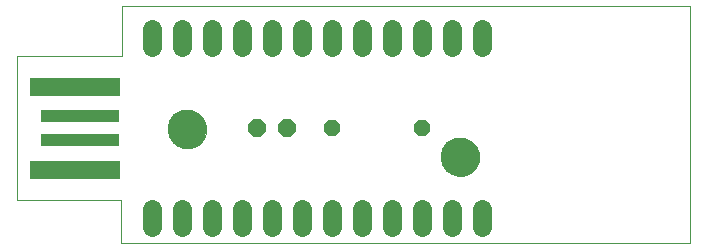
<source format=gbs>
G75*
%MOIN*%
%OFA0B0*%
%FSLAX25Y25*%
%IPPOS*%
%LPD*%
%AMOC8*
5,1,8,0,0,1.08239X$1,22.5*
%
%ADD10C,0.00000*%
%ADD11C,0.12998*%
%ADD12C,0.06400*%
%ADD13R,0.29928X0.06306*%
%ADD14R,0.25991X0.04337*%
%ADD15OC8,0.06000*%
%ADD16OC8,0.05600*%
D10*
X0035742Y0004543D02*
X0225421Y0004380D01*
X0225257Y0083418D01*
X0036116Y0083287D01*
X0035913Y0066626D01*
X0001142Y0066829D01*
X0001000Y0018636D01*
X0035777Y0018636D01*
X0035742Y0004543D01*
X0142509Y0033078D02*
X0142511Y0033236D01*
X0142517Y0033394D01*
X0142527Y0033552D01*
X0142541Y0033710D01*
X0142559Y0033867D01*
X0142580Y0034024D01*
X0142606Y0034180D01*
X0142636Y0034336D01*
X0142669Y0034491D01*
X0142707Y0034644D01*
X0142748Y0034797D01*
X0142793Y0034949D01*
X0142842Y0035100D01*
X0142895Y0035249D01*
X0142951Y0035397D01*
X0143011Y0035543D01*
X0143075Y0035688D01*
X0143143Y0035831D01*
X0143214Y0035973D01*
X0143288Y0036113D01*
X0143366Y0036250D01*
X0143448Y0036386D01*
X0143532Y0036520D01*
X0143621Y0036651D01*
X0143712Y0036780D01*
X0143807Y0036907D01*
X0143904Y0037032D01*
X0144005Y0037154D01*
X0144109Y0037273D01*
X0144216Y0037390D01*
X0144326Y0037504D01*
X0144439Y0037615D01*
X0144554Y0037724D01*
X0144672Y0037829D01*
X0144793Y0037931D01*
X0144916Y0038031D01*
X0145042Y0038127D01*
X0145170Y0038220D01*
X0145300Y0038310D01*
X0145433Y0038396D01*
X0145568Y0038480D01*
X0145704Y0038559D01*
X0145843Y0038636D01*
X0145984Y0038708D01*
X0146126Y0038778D01*
X0146270Y0038843D01*
X0146416Y0038905D01*
X0146563Y0038963D01*
X0146712Y0039018D01*
X0146862Y0039069D01*
X0147013Y0039116D01*
X0147165Y0039159D01*
X0147318Y0039198D01*
X0147473Y0039234D01*
X0147628Y0039265D01*
X0147784Y0039293D01*
X0147940Y0039317D01*
X0148097Y0039337D01*
X0148255Y0039353D01*
X0148412Y0039365D01*
X0148571Y0039373D01*
X0148729Y0039377D01*
X0148887Y0039377D01*
X0149045Y0039373D01*
X0149204Y0039365D01*
X0149361Y0039353D01*
X0149519Y0039337D01*
X0149676Y0039317D01*
X0149832Y0039293D01*
X0149988Y0039265D01*
X0150143Y0039234D01*
X0150298Y0039198D01*
X0150451Y0039159D01*
X0150603Y0039116D01*
X0150754Y0039069D01*
X0150904Y0039018D01*
X0151053Y0038963D01*
X0151200Y0038905D01*
X0151346Y0038843D01*
X0151490Y0038778D01*
X0151632Y0038708D01*
X0151773Y0038636D01*
X0151912Y0038559D01*
X0152048Y0038480D01*
X0152183Y0038396D01*
X0152316Y0038310D01*
X0152446Y0038220D01*
X0152574Y0038127D01*
X0152700Y0038031D01*
X0152823Y0037931D01*
X0152944Y0037829D01*
X0153062Y0037724D01*
X0153177Y0037615D01*
X0153290Y0037504D01*
X0153400Y0037390D01*
X0153507Y0037273D01*
X0153611Y0037154D01*
X0153712Y0037032D01*
X0153809Y0036907D01*
X0153904Y0036780D01*
X0153995Y0036651D01*
X0154084Y0036520D01*
X0154168Y0036386D01*
X0154250Y0036250D01*
X0154328Y0036113D01*
X0154402Y0035973D01*
X0154473Y0035831D01*
X0154541Y0035688D01*
X0154605Y0035543D01*
X0154665Y0035397D01*
X0154721Y0035249D01*
X0154774Y0035100D01*
X0154823Y0034949D01*
X0154868Y0034797D01*
X0154909Y0034644D01*
X0154947Y0034491D01*
X0154980Y0034336D01*
X0155010Y0034180D01*
X0155036Y0034024D01*
X0155057Y0033867D01*
X0155075Y0033710D01*
X0155089Y0033552D01*
X0155099Y0033394D01*
X0155105Y0033236D01*
X0155107Y0033078D01*
X0155105Y0032920D01*
X0155099Y0032762D01*
X0155089Y0032604D01*
X0155075Y0032446D01*
X0155057Y0032289D01*
X0155036Y0032132D01*
X0155010Y0031976D01*
X0154980Y0031820D01*
X0154947Y0031665D01*
X0154909Y0031512D01*
X0154868Y0031359D01*
X0154823Y0031207D01*
X0154774Y0031056D01*
X0154721Y0030907D01*
X0154665Y0030759D01*
X0154605Y0030613D01*
X0154541Y0030468D01*
X0154473Y0030325D01*
X0154402Y0030183D01*
X0154328Y0030043D01*
X0154250Y0029906D01*
X0154168Y0029770D01*
X0154084Y0029636D01*
X0153995Y0029505D01*
X0153904Y0029376D01*
X0153809Y0029249D01*
X0153712Y0029124D01*
X0153611Y0029002D01*
X0153507Y0028883D01*
X0153400Y0028766D01*
X0153290Y0028652D01*
X0153177Y0028541D01*
X0153062Y0028432D01*
X0152944Y0028327D01*
X0152823Y0028225D01*
X0152700Y0028125D01*
X0152574Y0028029D01*
X0152446Y0027936D01*
X0152316Y0027846D01*
X0152183Y0027760D01*
X0152048Y0027676D01*
X0151912Y0027597D01*
X0151773Y0027520D01*
X0151632Y0027448D01*
X0151490Y0027378D01*
X0151346Y0027313D01*
X0151200Y0027251D01*
X0151053Y0027193D01*
X0150904Y0027138D01*
X0150754Y0027087D01*
X0150603Y0027040D01*
X0150451Y0026997D01*
X0150298Y0026958D01*
X0150143Y0026922D01*
X0149988Y0026891D01*
X0149832Y0026863D01*
X0149676Y0026839D01*
X0149519Y0026819D01*
X0149361Y0026803D01*
X0149204Y0026791D01*
X0149045Y0026783D01*
X0148887Y0026779D01*
X0148729Y0026779D01*
X0148571Y0026783D01*
X0148412Y0026791D01*
X0148255Y0026803D01*
X0148097Y0026819D01*
X0147940Y0026839D01*
X0147784Y0026863D01*
X0147628Y0026891D01*
X0147473Y0026922D01*
X0147318Y0026958D01*
X0147165Y0026997D01*
X0147013Y0027040D01*
X0146862Y0027087D01*
X0146712Y0027138D01*
X0146563Y0027193D01*
X0146416Y0027251D01*
X0146270Y0027313D01*
X0146126Y0027378D01*
X0145984Y0027448D01*
X0145843Y0027520D01*
X0145704Y0027597D01*
X0145568Y0027676D01*
X0145433Y0027760D01*
X0145300Y0027846D01*
X0145170Y0027936D01*
X0145042Y0028029D01*
X0144916Y0028125D01*
X0144793Y0028225D01*
X0144672Y0028327D01*
X0144554Y0028432D01*
X0144439Y0028541D01*
X0144326Y0028652D01*
X0144216Y0028766D01*
X0144109Y0028883D01*
X0144005Y0029002D01*
X0143904Y0029124D01*
X0143807Y0029249D01*
X0143712Y0029376D01*
X0143621Y0029505D01*
X0143532Y0029636D01*
X0143448Y0029770D01*
X0143366Y0029906D01*
X0143288Y0030043D01*
X0143214Y0030183D01*
X0143143Y0030325D01*
X0143075Y0030468D01*
X0143011Y0030613D01*
X0142951Y0030759D01*
X0142895Y0030907D01*
X0142842Y0031056D01*
X0142793Y0031207D01*
X0142748Y0031359D01*
X0142707Y0031512D01*
X0142669Y0031665D01*
X0142636Y0031820D01*
X0142606Y0031976D01*
X0142580Y0032132D01*
X0142559Y0032289D01*
X0142541Y0032446D01*
X0142527Y0032604D01*
X0142517Y0032762D01*
X0142511Y0032920D01*
X0142509Y0033078D01*
X0051494Y0042278D02*
X0051496Y0042436D01*
X0051502Y0042594D01*
X0051512Y0042752D01*
X0051526Y0042910D01*
X0051544Y0043067D01*
X0051565Y0043224D01*
X0051591Y0043380D01*
X0051621Y0043536D01*
X0051654Y0043691D01*
X0051692Y0043844D01*
X0051733Y0043997D01*
X0051778Y0044149D01*
X0051827Y0044300D01*
X0051880Y0044449D01*
X0051936Y0044597D01*
X0051996Y0044743D01*
X0052060Y0044888D01*
X0052128Y0045031D01*
X0052199Y0045173D01*
X0052273Y0045313D01*
X0052351Y0045450D01*
X0052433Y0045586D01*
X0052517Y0045720D01*
X0052606Y0045851D01*
X0052697Y0045980D01*
X0052792Y0046107D01*
X0052889Y0046232D01*
X0052990Y0046354D01*
X0053094Y0046473D01*
X0053201Y0046590D01*
X0053311Y0046704D01*
X0053424Y0046815D01*
X0053539Y0046924D01*
X0053657Y0047029D01*
X0053778Y0047131D01*
X0053901Y0047231D01*
X0054027Y0047327D01*
X0054155Y0047420D01*
X0054285Y0047510D01*
X0054418Y0047596D01*
X0054553Y0047680D01*
X0054689Y0047759D01*
X0054828Y0047836D01*
X0054969Y0047908D01*
X0055111Y0047978D01*
X0055255Y0048043D01*
X0055401Y0048105D01*
X0055548Y0048163D01*
X0055697Y0048218D01*
X0055847Y0048269D01*
X0055998Y0048316D01*
X0056150Y0048359D01*
X0056303Y0048398D01*
X0056458Y0048434D01*
X0056613Y0048465D01*
X0056769Y0048493D01*
X0056925Y0048517D01*
X0057082Y0048537D01*
X0057240Y0048553D01*
X0057397Y0048565D01*
X0057556Y0048573D01*
X0057714Y0048577D01*
X0057872Y0048577D01*
X0058030Y0048573D01*
X0058189Y0048565D01*
X0058346Y0048553D01*
X0058504Y0048537D01*
X0058661Y0048517D01*
X0058817Y0048493D01*
X0058973Y0048465D01*
X0059128Y0048434D01*
X0059283Y0048398D01*
X0059436Y0048359D01*
X0059588Y0048316D01*
X0059739Y0048269D01*
X0059889Y0048218D01*
X0060038Y0048163D01*
X0060185Y0048105D01*
X0060331Y0048043D01*
X0060475Y0047978D01*
X0060617Y0047908D01*
X0060758Y0047836D01*
X0060897Y0047759D01*
X0061033Y0047680D01*
X0061168Y0047596D01*
X0061301Y0047510D01*
X0061431Y0047420D01*
X0061559Y0047327D01*
X0061685Y0047231D01*
X0061808Y0047131D01*
X0061929Y0047029D01*
X0062047Y0046924D01*
X0062162Y0046815D01*
X0062275Y0046704D01*
X0062385Y0046590D01*
X0062492Y0046473D01*
X0062596Y0046354D01*
X0062697Y0046232D01*
X0062794Y0046107D01*
X0062889Y0045980D01*
X0062980Y0045851D01*
X0063069Y0045720D01*
X0063153Y0045586D01*
X0063235Y0045450D01*
X0063313Y0045313D01*
X0063387Y0045173D01*
X0063458Y0045031D01*
X0063526Y0044888D01*
X0063590Y0044743D01*
X0063650Y0044597D01*
X0063706Y0044449D01*
X0063759Y0044300D01*
X0063808Y0044149D01*
X0063853Y0043997D01*
X0063894Y0043844D01*
X0063932Y0043691D01*
X0063965Y0043536D01*
X0063995Y0043380D01*
X0064021Y0043224D01*
X0064042Y0043067D01*
X0064060Y0042910D01*
X0064074Y0042752D01*
X0064084Y0042594D01*
X0064090Y0042436D01*
X0064092Y0042278D01*
X0064090Y0042120D01*
X0064084Y0041962D01*
X0064074Y0041804D01*
X0064060Y0041646D01*
X0064042Y0041489D01*
X0064021Y0041332D01*
X0063995Y0041176D01*
X0063965Y0041020D01*
X0063932Y0040865D01*
X0063894Y0040712D01*
X0063853Y0040559D01*
X0063808Y0040407D01*
X0063759Y0040256D01*
X0063706Y0040107D01*
X0063650Y0039959D01*
X0063590Y0039813D01*
X0063526Y0039668D01*
X0063458Y0039525D01*
X0063387Y0039383D01*
X0063313Y0039243D01*
X0063235Y0039106D01*
X0063153Y0038970D01*
X0063069Y0038836D01*
X0062980Y0038705D01*
X0062889Y0038576D01*
X0062794Y0038449D01*
X0062697Y0038324D01*
X0062596Y0038202D01*
X0062492Y0038083D01*
X0062385Y0037966D01*
X0062275Y0037852D01*
X0062162Y0037741D01*
X0062047Y0037632D01*
X0061929Y0037527D01*
X0061808Y0037425D01*
X0061685Y0037325D01*
X0061559Y0037229D01*
X0061431Y0037136D01*
X0061301Y0037046D01*
X0061168Y0036960D01*
X0061033Y0036876D01*
X0060897Y0036797D01*
X0060758Y0036720D01*
X0060617Y0036648D01*
X0060475Y0036578D01*
X0060331Y0036513D01*
X0060185Y0036451D01*
X0060038Y0036393D01*
X0059889Y0036338D01*
X0059739Y0036287D01*
X0059588Y0036240D01*
X0059436Y0036197D01*
X0059283Y0036158D01*
X0059128Y0036122D01*
X0058973Y0036091D01*
X0058817Y0036063D01*
X0058661Y0036039D01*
X0058504Y0036019D01*
X0058346Y0036003D01*
X0058189Y0035991D01*
X0058030Y0035983D01*
X0057872Y0035979D01*
X0057714Y0035979D01*
X0057556Y0035983D01*
X0057397Y0035991D01*
X0057240Y0036003D01*
X0057082Y0036019D01*
X0056925Y0036039D01*
X0056769Y0036063D01*
X0056613Y0036091D01*
X0056458Y0036122D01*
X0056303Y0036158D01*
X0056150Y0036197D01*
X0055998Y0036240D01*
X0055847Y0036287D01*
X0055697Y0036338D01*
X0055548Y0036393D01*
X0055401Y0036451D01*
X0055255Y0036513D01*
X0055111Y0036578D01*
X0054969Y0036648D01*
X0054828Y0036720D01*
X0054689Y0036797D01*
X0054553Y0036876D01*
X0054418Y0036960D01*
X0054285Y0037046D01*
X0054155Y0037136D01*
X0054027Y0037229D01*
X0053901Y0037325D01*
X0053778Y0037425D01*
X0053657Y0037527D01*
X0053539Y0037632D01*
X0053424Y0037741D01*
X0053311Y0037852D01*
X0053201Y0037966D01*
X0053094Y0038083D01*
X0052990Y0038202D01*
X0052889Y0038324D01*
X0052792Y0038449D01*
X0052697Y0038576D01*
X0052606Y0038705D01*
X0052517Y0038836D01*
X0052433Y0038970D01*
X0052351Y0039106D01*
X0052273Y0039243D01*
X0052199Y0039383D01*
X0052128Y0039525D01*
X0052060Y0039668D01*
X0051996Y0039813D01*
X0051936Y0039959D01*
X0051880Y0040107D01*
X0051827Y0040256D01*
X0051778Y0040407D01*
X0051733Y0040559D01*
X0051692Y0040712D01*
X0051654Y0040865D01*
X0051621Y0041020D01*
X0051591Y0041176D01*
X0051565Y0041332D01*
X0051544Y0041489D01*
X0051526Y0041646D01*
X0051512Y0041804D01*
X0051502Y0041962D01*
X0051496Y0042120D01*
X0051494Y0042278D01*
D11*
X0057793Y0042278D03*
X0148808Y0033078D03*
D12*
X0146011Y0015636D02*
X0146011Y0009636D01*
X0156011Y0009636D02*
X0156011Y0015636D01*
X0136011Y0015636D02*
X0136011Y0009636D01*
X0126011Y0009636D02*
X0126011Y0015636D01*
X0116011Y0015636D02*
X0116011Y0009636D01*
X0106011Y0009636D02*
X0106011Y0015636D01*
X0096011Y0015636D02*
X0096011Y0009636D01*
X0086011Y0009636D02*
X0086011Y0015636D01*
X0076011Y0015636D02*
X0076011Y0009636D01*
X0066011Y0009636D02*
X0066011Y0015636D01*
X0056011Y0015636D02*
X0056011Y0009636D01*
X0046011Y0009636D02*
X0046011Y0015636D01*
X0046011Y0069636D02*
X0046011Y0075636D01*
X0056011Y0075636D02*
X0056011Y0069636D01*
X0066011Y0069636D02*
X0066011Y0075636D01*
X0076011Y0075636D02*
X0076011Y0069636D01*
X0086011Y0069636D02*
X0086011Y0075636D01*
X0096011Y0075636D02*
X0096011Y0069636D01*
X0106011Y0069636D02*
X0106011Y0075636D01*
X0116011Y0075636D02*
X0116011Y0069636D01*
X0126011Y0069636D02*
X0126011Y0075636D01*
X0136011Y0075636D02*
X0136011Y0069636D01*
X0146011Y0069636D02*
X0146011Y0075636D01*
X0156011Y0075636D02*
X0156011Y0069636D01*
D13*
X0020223Y0056415D03*
X0020223Y0028856D03*
D14*
X0022192Y0038699D03*
X0022192Y0046573D03*
D15*
X0081011Y0042636D03*
X0091011Y0042636D03*
D16*
X0106011Y0042636D03*
X0136011Y0042636D03*
M02*

</source>
